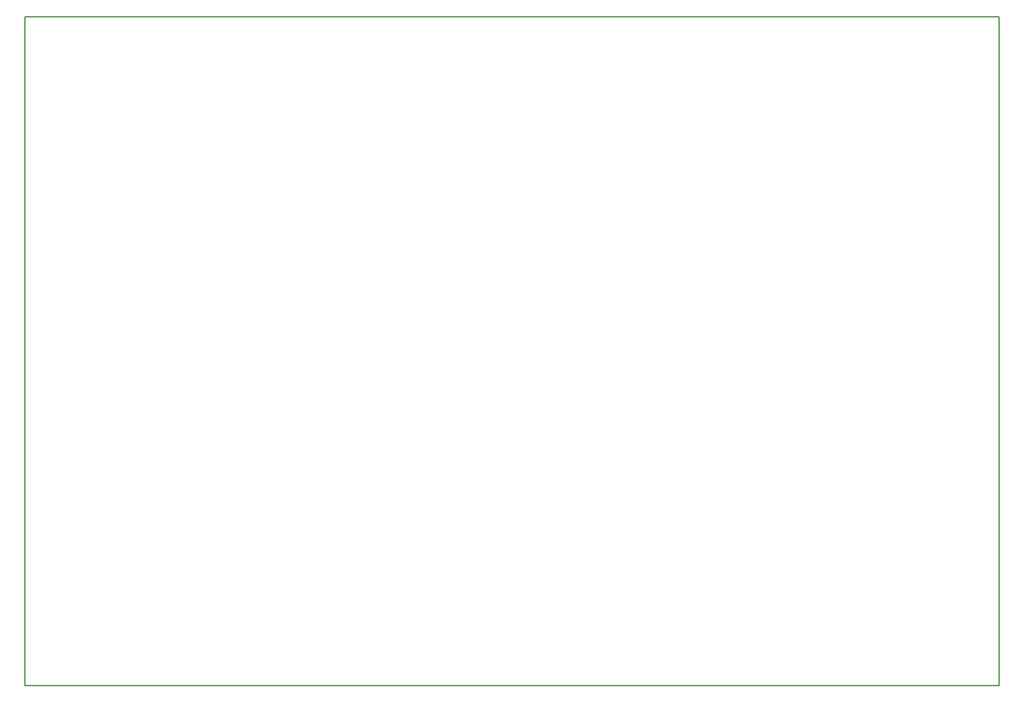
<source format=gbr>
%TF.GenerationSoftware,KiCad,Pcbnew,(7.0.0-0)*%
%TF.CreationDate,2024-05-26T10:43:25+02:00*%
%TF.ProjectId,SwitchFoil,53776974-6368-4466-9f69-6c2e6b696361,rev?*%
%TF.SameCoordinates,Original*%
%TF.FileFunction,OtherDrawing,Comment*%
%FSLAX46Y46*%
G04 Gerber Fmt 4.6, Leading zero omitted, Abs format (unit mm)*
G04 Created by KiCad (PCBNEW (7.0.0-0)) date 2024-05-26 10:43:25*
%MOMM*%
%LPD*%
G01*
G04 APERTURE LIST*
%ADD10C,0.150000*%
G04 APERTURE END LIST*
D10*
X83603881Y-56091852D02*
X216103881Y-56091852D01*
X216103881Y-56091852D02*
X216103881Y-147091852D01*
X216103881Y-147091852D02*
X83603881Y-147091852D01*
X83603881Y-147091852D02*
X83603881Y-56091852D01*
M02*

</source>
